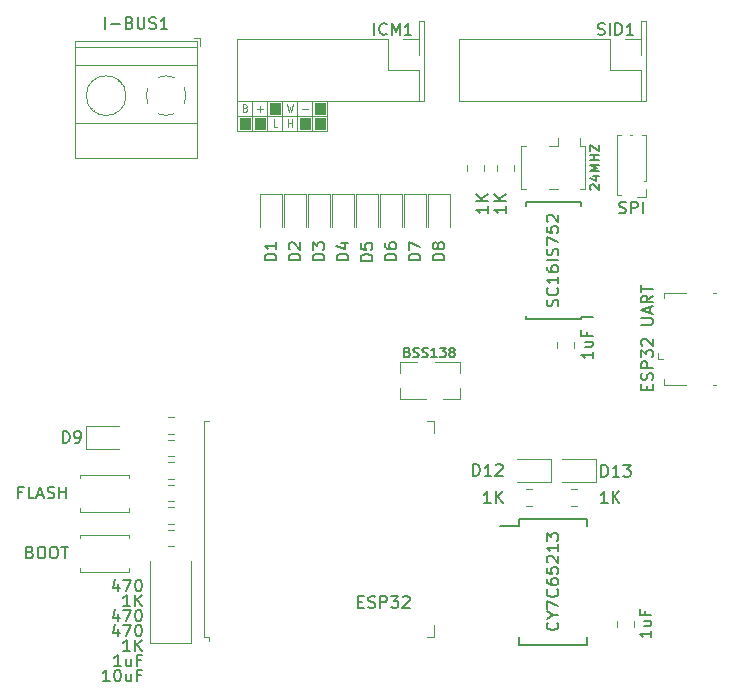
<source format=gbr>
G04 #@! TF.GenerationSoftware,KiCad,Pcbnew,5.1.5+dfsg1-2build2*
G04 #@! TF.CreationDate,2020-08-14T19:18:21+10:00*
G04 #@! TF.ProjectId,sid-board-v3_blocklayout,7369642d-626f-4617-9264-2d76335f626c,rev?*
G04 #@! TF.SameCoordinates,Original*
G04 #@! TF.FileFunction,Legend,Top*
G04 #@! TF.FilePolarity,Positive*
%FSLAX46Y46*%
G04 Gerber Fmt 4.6, Leading zero omitted, Abs format (unit mm)*
G04 Created by KiCad (PCBNEW 5.1.5+dfsg1-2build2) date 2020-08-14 19:18:21*
%MOMM*%
%LPD*%
G04 APERTURE LIST*
%ADD10C,0.120000*%
%ADD11C,0.100000*%
%ADD12C,0.150000*%
%ADD13C,0.200000*%
%ADD14C,0.125000*%
G04 APERTURE END LIST*
D10*
X151066500Y-73088500D02*
X158686500Y-73088500D01*
X166878000Y-73088500D02*
X166878000Y-72771000D01*
X166430000Y-73088500D02*
X166878000Y-73088500D01*
X166878000Y-66294000D02*
X166878000Y-72771000D01*
X166430000Y-66294000D02*
X166878000Y-66294000D01*
X166430000Y-67885000D02*
X166430000Y-66294000D01*
X166430000Y-67885000D02*
X166430000Y-69215000D01*
X165100000Y-67885000D02*
X166430000Y-67885000D01*
X166430000Y-70485000D02*
X166430000Y-73085000D01*
X163830000Y-70485000D02*
X166430000Y-70485000D01*
X163830000Y-67885000D02*
X163830000Y-70485000D01*
X166430000Y-73085000D02*
X151070000Y-73085000D01*
X163830000Y-67885000D02*
X151070000Y-67885000D01*
X151070000Y-67885000D02*
X151070000Y-73085000D01*
X126880252Y-103684000D02*
X126357748Y-103684000D01*
X126880252Y-105104000D02*
X126357748Y-105104000D01*
D11*
G36*
X138430000Y-75438000D02*
G01*
X137541000Y-75438000D01*
X137541000Y-74549000D01*
X138430000Y-74549000D01*
X138430000Y-75438000D01*
G37*
X138430000Y-75438000D02*
X137541000Y-75438000D01*
X137541000Y-74549000D01*
X138430000Y-74549000D01*
X138430000Y-75438000D01*
G36*
X139700000Y-75438000D02*
G01*
X138811000Y-75438000D01*
X138811000Y-74549000D01*
X139700000Y-74549000D01*
X139700000Y-75438000D01*
G37*
X139700000Y-75438000D02*
X138811000Y-75438000D01*
X138811000Y-74549000D01*
X139700000Y-74549000D01*
X139700000Y-75438000D01*
G36*
X139700000Y-74168000D02*
G01*
X138811000Y-74168000D01*
X138811000Y-73279000D01*
X139700000Y-73279000D01*
X139700000Y-74168000D01*
G37*
X139700000Y-74168000D02*
X138811000Y-74168000D01*
X138811000Y-73279000D01*
X139700000Y-73279000D01*
X139700000Y-74168000D01*
G36*
X135890000Y-74168000D02*
G01*
X135001000Y-74168000D01*
X135001000Y-73279000D01*
X135890000Y-73279000D01*
X135890000Y-74168000D01*
G37*
X135890000Y-74168000D02*
X135001000Y-74168000D01*
X135001000Y-73279000D01*
X135890000Y-73279000D01*
X135890000Y-74168000D01*
G36*
X134620000Y-75438000D02*
G01*
X133731000Y-75438000D01*
X133731000Y-74549000D01*
X134620000Y-74549000D01*
X134620000Y-75438000D01*
G37*
X134620000Y-75438000D02*
X133731000Y-75438000D01*
X133731000Y-74549000D01*
X134620000Y-74549000D01*
X134620000Y-75438000D01*
G36*
X133350000Y-75438000D02*
G01*
X132461000Y-75438000D01*
X132461000Y-74549000D01*
X133350000Y-74549000D01*
X133350000Y-75438000D01*
G37*
X133350000Y-75438000D02*
X132461000Y-75438000D01*
X132461000Y-74549000D01*
X133350000Y-74549000D01*
X133350000Y-75438000D01*
D10*
X138620500Y-75628500D02*
X138620500Y-74358500D01*
X138620500Y-74358500D02*
X138620500Y-73088500D01*
X137350500Y-74358500D02*
X137350500Y-75628500D01*
X137350500Y-73088500D02*
X137350500Y-74358500D01*
X136080500Y-74358500D02*
X136080500Y-75628500D01*
X136080500Y-73088500D02*
X136080500Y-74358500D01*
X134810500Y-73088500D02*
X134810500Y-74358500D01*
X134810500Y-74358500D02*
X134810500Y-75628500D01*
X133540500Y-75628500D02*
X133540500Y-73088500D01*
X132270500Y-74358500D02*
X139890500Y-74358500D01*
X132270500Y-73088500D02*
X139890500Y-73088500D01*
X132270500Y-75628500D02*
X132270500Y-73088500D01*
X139890500Y-75628500D02*
X132270500Y-75628500D01*
X139890500Y-73088500D02*
X139890500Y-75628500D01*
X148082000Y-73088500D02*
X148082000Y-72771000D01*
X147634000Y-73088500D02*
X148082000Y-73088500D01*
X148082000Y-66294000D02*
X148082000Y-72771000D01*
X147634000Y-66294000D02*
X148082000Y-66294000D01*
X147634000Y-67885000D02*
X147634000Y-66294000D01*
X147634000Y-67885000D02*
X147634000Y-69215000D01*
X146304000Y-67885000D02*
X147634000Y-67885000D01*
X147634000Y-70485000D02*
X147634000Y-73085000D01*
X145034000Y-70485000D02*
X147634000Y-70485000D01*
X145034000Y-67885000D02*
X145034000Y-70485000D01*
X147634000Y-73085000D02*
X132274000Y-73085000D01*
X145034000Y-67885000D02*
X132274000Y-67885000D01*
X132274000Y-67885000D02*
X132274000Y-73085000D01*
X154230000Y-79001252D02*
X154230000Y-78478748D01*
X155650000Y-79001252D02*
X155650000Y-78478748D01*
X126357748Y-101294000D02*
X126880252Y-101294000D01*
X126357748Y-99874000D02*
X126880252Y-99874000D01*
X148392000Y-80944000D02*
X148392000Y-83804000D01*
X150312000Y-80944000D02*
X148392000Y-80944000D01*
X150312000Y-83804000D02*
X150312000Y-80944000D01*
X122285000Y-100640000D02*
X119425000Y-100640000D01*
X119425000Y-100640000D02*
X119425000Y-102560000D01*
X119425000Y-102560000D02*
X122285000Y-102560000D01*
X134168000Y-80944000D02*
X134168000Y-83804000D01*
X136088000Y-80944000D02*
X134168000Y-80944000D01*
X136088000Y-83804000D02*
X136088000Y-80944000D01*
X167867500Y-94918000D02*
X168317500Y-94918000D01*
X167867500Y-94918000D02*
X167867500Y-94468000D01*
X168417500Y-89318000D02*
X168417500Y-89768000D01*
X170267500Y-89318000D02*
X168417500Y-89318000D01*
X172817500Y-97118000D02*
X172567500Y-97118000D01*
X172817500Y-89318000D02*
X172567500Y-89318000D01*
X170267500Y-97118000D02*
X168417500Y-97118000D01*
X168417500Y-97118000D02*
X168417500Y-96668000D01*
X138120000Y-83804000D02*
X138120000Y-80944000D01*
X138120000Y-80944000D02*
X136200000Y-80944000D01*
X136200000Y-80944000D02*
X136200000Y-83804000D01*
X129078000Y-67744000D02*
X128578000Y-67744000D01*
X129078000Y-68484000D02*
X129078000Y-67744000D01*
X122385000Y-71621000D02*
X122432000Y-71575000D01*
X120088000Y-73919000D02*
X120123000Y-73883000D01*
X122192000Y-71405000D02*
X122227000Y-71370000D01*
X119883000Y-73713000D02*
X119930000Y-73667000D01*
X118558000Y-77905000D02*
X118558000Y-67984000D01*
X128838000Y-77905000D02*
X128838000Y-67984000D01*
X128838000Y-67984000D02*
X118558000Y-67984000D01*
X128838000Y-77905000D02*
X118558000Y-77905000D01*
X128838000Y-74945000D02*
X118558000Y-74945000D01*
X128838000Y-70044000D02*
X118558000Y-70044000D01*
X128838000Y-68544000D02*
X118558000Y-68544000D01*
X122838000Y-72644000D02*
G75*
G03X122838000Y-72644000I-1680000J0D01*
G01*
X126209195Y-70963747D02*
G75*
G02X126922000Y-71109000I28805J-1680253D01*
G01*
X127773426Y-71960958D02*
G75*
G02X127773000Y-73328000I-1535426J-683042D01*
G01*
X126921042Y-74179426D02*
G75*
G02X125554000Y-74179000I-683042J1535426D01*
G01*
X124702574Y-73327042D02*
G75*
G02X124703000Y-71960000I1535426J683042D01*
G01*
X125554682Y-71109244D02*
G75*
G02X126238000Y-70964000I683318J-1534756D01*
G01*
X151128000Y-98354000D02*
X149668000Y-98354000D01*
X151128000Y-95194000D02*
X148968000Y-95194000D01*
X151128000Y-95194000D02*
X151128000Y-96124000D01*
X151128000Y-98354000D02*
X151128000Y-97424000D01*
X146052000Y-95194000D02*
X146052000Y-96124000D01*
X146052000Y-98354000D02*
X146052000Y-97424000D01*
X146052000Y-98354000D02*
X148212000Y-98354000D01*
X146052000Y-95194000D02*
X147512000Y-95194000D01*
X126880252Y-108914000D02*
X126357748Y-108914000D01*
X126880252Y-107494000D02*
X126357748Y-107494000D01*
X158832000Y-103434000D02*
X155972000Y-103434000D01*
X158832000Y-105354000D02*
X158832000Y-103434000D01*
X155972000Y-105354000D02*
X158832000Y-105354000D01*
X156710748Y-105970000D02*
X157233252Y-105970000D01*
X156710748Y-107390000D02*
X157233252Y-107390000D01*
X126880252Y-103199000D02*
X126357748Y-103199000D01*
X126880252Y-101779000D02*
X126357748Y-101779000D01*
X129892000Y-118467000D02*
X129892000Y-118847000D01*
X129472000Y-118467000D02*
X129892000Y-118467000D01*
X129472000Y-100227000D02*
X129892000Y-100227000D01*
X129472000Y-118467000D02*
X129472000Y-100227000D01*
X148912000Y-100227000D02*
X148912000Y-101227000D01*
X148292000Y-100227000D02*
X148912000Y-100227000D01*
X148912000Y-118467000D02*
X148912000Y-117467000D01*
X148292000Y-118467000D02*
X148912000Y-118467000D01*
X159782000Y-105354000D02*
X162642000Y-105354000D01*
X162642000Y-105354000D02*
X162642000Y-103434000D01*
X162642000Y-103434000D02*
X159782000Y-103434000D01*
X160730000Y-93987252D02*
X160730000Y-93464748D01*
X159310000Y-93987252D02*
X159310000Y-93464748D01*
X164390000Y-117609252D02*
X164390000Y-117086748D01*
X165810000Y-117609252D02*
X165810000Y-117086748D01*
X118961000Y-107869000D02*
X118961000Y-107569000D01*
X123101000Y-104729000D02*
X123101000Y-105029000D01*
X123101000Y-107569000D02*
X123101000Y-107869000D01*
X118961000Y-104729000D02*
X123101000Y-104729000D01*
X118961000Y-105029000D02*
X118961000Y-104729000D01*
X123101000Y-107869000D02*
X118961000Y-107869000D01*
X126880252Y-105589000D02*
X126357748Y-105589000D01*
X126880252Y-107009000D02*
X126357748Y-107009000D01*
X151690000Y-79010252D02*
X151690000Y-78487748D01*
X153110000Y-79010252D02*
X153110000Y-78487748D01*
X160520748Y-107390000D02*
X161043252Y-107390000D01*
X160520748Y-105970000D02*
X161043252Y-105970000D01*
X126357748Y-110819000D02*
X126880252Y-110819000D01*
X126357748Y-109399000D02*
X126880252Y-109399000D01*
D12*
X161329000Y-91364000D02*
X162404000Y-91364000D01*
X161329000Y-81639000D02*
X156679000Y-81639000D01*
X161329000Y-91589000D02*
X156679000Y-91589000D01*
X161329000Y-81639000D02*
X161329000Y-81964000D01*
X156679000Y-81639000D02*
X156679000Y-81964000D01*
X156679000Y-91589000D02*
X156679000Y-91264000D01*
X161329000Y-91589000D02*
X161329000Y-91364000D01*
D10*
X128329000Y-118997000D02*
X128329000Y-112062000D01*
X124909000Y-118997000D02*
X128329000Y-118997000D01*
X124909000Y-112062000D02*
X124909000Y-118997000D01*
X123101000Y-112949000D02*
X118961000Y-112949000D01*
X118961000Y-110109000D02*
X118961000Y-109809000D01*
X118961000Y-109809000D02*
X123101000Y-109809000D01*
X123101000Y-112649000D02*
X123101000Y-112949000D01*
X123101000Y-109809000D02*
X123101000Y-110109000D01*
X118961000Y-112949000D02*
X118961000Y-112649000D01*
D12*
X156129000Y-109042000D02*
X154529000Y-109042000D01*
X156129000Y-119117000D02*
X161879000Y-119117000D01*
X156129000Y-108467000D02*
X161879000Y-108467000D01*
X156129000Y-119117000D02*
X156129000Y-118467000D01*
X161879000Y-119117000D02*
X161879000Y-118467000D01*
X161879000Y-108467000D02*
X161879000Y-109117000D01*
X156129000Y-108467000D02*
X156129000Y-109042000D01*
D10*
X138232000Y-80944000D02*
X138232000Y-83804000D01*
X140152000Y-80944000D02*
X138232000Y-80944000D01*
X140152000Y-83804000D02*
X140152000Y-80944000D01*
X142184000Y-83804000D02*
X142184000Y-80944000D01*
X142184000Y-80944000D02*
X140264000Y-80944000D01*
X140264000Y-80944000D02*
X140264000Y-83804000D01*
X144216000Y-83804000D02*
X144216000Y-80944000D01*
X144216000Y-80944000D02*
X142296000Y-80944000D01*
X142296000Y-80944000D02*
X142296000Y-83804000D01*
X144328000Y-80944000D02*
X144328000Y-83804000D01*
X146248000Y-80944000D02*
X144328000Y-80944000D01*
X146248000Y-83804000D02*
X146248000Y-80944000D01*
X146360000Y-80944000D02*
X146360000Y-83804000D01*
X148280000Y-80944000D02*
X146360000Y-80944000D01*
X148280000Y-83804000D02*
X148280000Y-80944000D01*
X166826000Y-75958000D02*
X166510493Y-75958000D01*
X164721507Y-75958000D02*
X164406000Y-75958000D01*
X165721507Y-75958000D02*
X165510493Y-75958000D01*
X166826000Y-79833000D02*
X166826000Y-75958000D01*
X164406000Y-81078000D02*
X164406000Y-75958000D01*
X166826000Y-79833000D02*
X166724276Y-79833000D01*
X164721507Y-81078000D02*
X164406000Y-81078000D01*
X166826000Y-80518000D02*
X166826000Y-81203000D01*
X166826000Y-81203000D02*
X166116000Y-81203000D01*
X156694000Y-80540000D02*
X156304000Y-80540000D01*
X156304000Y-80540000D02*
X156304000Y-76940000D01*
X156304000Y-76940000D02*
X156694000Y-76940000D01*
X159374000Y-80540000D02*
X158634000Y-80540000D01*
X161314000Y-76240000D02*
X161314000Y-76940000D01*
X161314000Y-76940000D02*
X161704000Y-76940000D01*
X161704000Y-76940000D02*
X161704000Y-80540000D01*
X161704000Y-80540000D02*
X161314000Y-80540000D01*
X158634000Y-76940000D02*
X159374000Y-76940000D01*
X159374000Y-76940000D02*
X159374000Y-76240000D01*
D13*
X162795523Y-67460761D02*
X162938380Y-67508380D01*
X163176476Y-67508380D01*
X163271714Y-67460761D01*
X163319333Y-67413142D01*
X163366952Y-67317904D01*
X163366952Y-67222666D01*
X163319333Y-67127428D01*
X163271714Y-67079809D01*
X163176476Y-67032190D01*
X162986000Y-66984571D01*
X162890761Y-66936952D01*
X162843142Y-66889333D01*
X162795523Y-66794095D01*
X162795523Y-66698857D01*
X162843142Y-66603619D01*
X162890761Y-66556000D01*
X162986000Y-66508380D01*
X163224095Y-66508380D01*
X163366952Y-66556000D01*
X163795523Y-67508380D02*
X163795523Y-66508380D01*
X164271714Y-67508380D02*
X164271714Y-66508380D01*
X164509809Y-66508380D01*
X164652666Y-66556000D01*
X164747904Y-66651238D01*
X164795523Y-66746476D01*
X164843142Y-66936952D01*
X164843142Y-67079809D01*
X164795523Y-67270285D01*
X164747904Y-67365523D01*
X164652666Y-67460761D01*
X164509809Y-67508380D01*
X164271714Y-67508380D01*
X165795523Y-67508380D02*
X165224095Y-67508380D01*
X165509809Y-67508380D02*
X165509809Y-66508380D01*
X165414571Y-66651238D01*
X165319333Y-66746476D01*
X165224095Y-66794095D01*
D12*
X122172023Y-116498714D02*
X122172023Y-117165380D01*
X121933928Y-116117761D02*
X121695833Y-116832047D01*
X122314880Y-116832047D01*
X122600595Y-116165380D02*
X123267261Y-116165380D01*
X122838690Y-117165380D01*
X123838690Y-116165380D02*
X123933928Y-116165380D01*
X124029166Y-116213000D01*
X124076785Y-116260619D01*
X124124404Y-116355857D01*
X124172023Y-116546333D01*
X124172023Y-116784428D01*
X124124404Y-116974904D01*
X124076785Y-117070142D01*
X124029166Y-117117761D01*
X123933928Y-117165380D01*
X123838690Y-117165380D01*
X123743452Y-117117761D01*
X123695833Y-117070142D01*
X123648214Y-116974904D01*
X123600595Y-116784428D01*
X123600595Y-116546333D01*
X123648214Y-116355857D01*
X123695833Y-116260619D01*
X123743452Y-116213000D01*
X123838690Y-116165380D01*
D13*
X143856666Y-67508380D02*
X143856666Y-66508380D01*
X144904285Y-67413142D02*
X144856666Y-67460761D01*
X144713809Y-67508380D01*
X144618571Y-67508380D01*
X144475714Y-67460761D01*
X144380476Y-67365523D01*
X144332857Y-67270285D01*
X144285238Y-67079809D01*
X144285238Y-66936952D01*
X144332857Y-66746476D01*
X144380476Y-66651238D01*
X144475714Y-66556000D01*
X144618571Y-66508380D01*
X144713809Y-66508380D01*
X144856666Y-66556000D01*
X144904285Y-66603619D01*
X145332857Y-67508380D02*
X145332857Y-66508380D01*
X145666190Y-67222666D01*
X145999523Y-66508380D01*
X145999523Y-67508380D01*
X146999523Y-67508380D02*
X146428095Y-67508380D01*
X146713809Y-67508380D02*
X146713809Y-66508380D01*
X146618571Y-66651238D01*
X146523333Y-66746476D01*
X146428095Y-66794095D01*
D14*
X136544071Y-75264928D02*
X136544071Y-74664928D01*
X136544071Y-74950642D02*
X136886928Y-74950642D01*
X136886928Y-75264928D02*
X136886928Y-74664928D01*
X135631214Y-75264928D02*
X135345500Y-75264928D01*
X135345500Y-74664928D01*
X132948357Y-73680642D02*
X133034071Y-73709214D01*
X133062642Y-73737785D01*
X133091214Y-73794928D01*
X133091214Y-73880642D01*
X133062642Y-73937785D01*
X133034071Y-73966357D01*
X132976928Y-73994928D01*
X132748357Y-73994928D01*
X132748357Y-73394928D01*
X132948357Y-73394928D01*
X133005500Y-73423500D01*
X133034071Y-73452071D01*
X133062642Y-73509214D01*
X133062642Y-73566357D01*
X133034071Y-73623500D01*
X133005500Y-73652071D01*
X132948357Y-73680642D01*
X132748357Y-73680642D01*
X133946928Y-73766357D02*
X134404071Y-73766357D01*
X134175500Y-73994928D02*
X134175500Y-73537785D01*
X136458357Y-73394928D02*
X136601214Y-73994928D01*
X136715500Y-73566357D01*
X136829785Y-73994928D01*
X136972642Y-73394928D01*
X137756928Y-73766357D02*
X138214071Y-73766357D01*
D12*
X155011380Y-82002285D02*
X155011380Y-82573714D01*
X155011380Y-82288000D02*
X154011380Y-82288000D01*
X154154238Y-82383238D01*
X154249476Y-82478476D01*
X154297095Y-82573714D01*
X155011380Y-81573714D02*
X154011380Y-81573714D01*
X155011380Y-81002285D02*
X154439952Y-81430857D01*
X154011380Y-81002285D02*
X154582809Y-81573714D01*
X122181023Y-113958714D02*
X122181023Y-114625380D01*
X121942928Y-113577761D02*
X121704833Y-114292047D01*
X122323880Y-114292047D01*
X122609595Y-113625380D02*
X123276261Y-113625380D01*
X122847690Y-114625380D01*
X123847690Y-113625380D02*
X123942928Y-113625380D01*
X124038166Y-113673000D01*
X124085785Y-113720619D01*
X124133404Y-113815857D01*
X124181023Y-114006333D01*
X124181023Y-114244428D01*
X124133404Y-114434904D01*
X124085785Y-114530142D01*
X124038166Y-114577761D01*
X123942928Y-114625380D01*
X123847690Y-114625380D01*
X123752452Y-114577761D01*
X123704833Y-114530142D01*
X123657214Y-114434904D01*
X123609595Y-114244428D01*
X123609595Y-114006333D01*
X123657214Y-113815857D01*
X123704833Y-113720619D01*
X123752452Y-113673000D01*
X123847690Y-113625380D01*
X149804380Y-86590095D02*
X148804380Y-86590095D01*
X148804380Y-86352000D01*
X148852000Y-86209142D01*
X148947238Y-86113904D01*
X149042476Y-86066285D01*
X149232952Y-86018666D01*
X149375809Y-86018666D01*
X149566285Y-86066285D01*
X149661523Y-86113904D01*
X149756761Y-86209142D01*
X149804380Y-86352000D01*
X149804380Y-86590095D01*
X149232952Y-85447238D02*
X149185333Y-85542476D01*
X149137714Y-85590095D01*
X149042476Y-85637714D01*
X148994857Y-85637714D01*
X148899619Y-85590095D01*
X148852000Y-85542476D01*
X148804380Y-85447238D01*
X148804380Y-85256761D01*
X148852000Y-85161523D01*
X148899619Y-85113904D01*
X148994857Y-85066285D01*
X149042476Y-85066285D01*
X149137714Y-85113904D01*
X149185333Y-85161523D01*
X149232952Y-85256761D01*
X149232952Y-85447238D01*
X149280571Y-85542476D01*
X149328190Y-85590095D01*
X149423428Y-85637714D01*
X149613904Y-85637714D01*
X149709142Y-85590095D01*
X149756761Y-85542476D01*
X149804380Y-85447238D01*
X149804380Y-85256761D01*
X149756761Y-85161523D01*
X149709142Y-85113904D01*
X149613904Y-85066285D01*
X149423428Y-85066285D01*
X149328190Y-85113904D01*
X149280571Y-85161523D01*
X149232952Y-85256761D01*
X117498904Y-102052380D02*
X117498904Y-101052380D01*
X117737000Y-101052380D01*
X117879857Y-101100000D01*
X117975095Y-101195238D01*
X118022714Y-101290476D01*
X118070333Y-101480952D01*
X118070333Y-101623809D01*
X118022714Y-101814285D01*
X117975095Y-101909523D01*
X117879857Y-102004761D01*
X117737000Y-102052380D01*
X117498904Y-102052380D01*
X118546523Y-102052380D02*
X118737000Y-102052380D01*
X118832238Y-102004761D01*
X118879857Y-101957142D01*
X118975095Y-101814285D01*
X119022714Y-101623809D01*
X119022714Y-101242857D01*
X118975095Y-101147619D01*
X118927476Y-101100000D01*
X118832238Y-101052380D01*
X118641761Y-101052380D01*
X118546523Y-101100000D01*
X118498904Y-101147619D01*
X118451285Y-101242857D01*
X118451285Y-101480952D01*
X118498904Y-101576190D01*
X118546523Y-101623809D01*
X118641761Y-101671428D01*
X118832238Y-101671428D01*
X118927476Y-101623809D01*
X118975095Y-101576190D01*
X119022714Y-101480952D01*
X135580380Y-86590095D02*
X134580380Y-86590095D01*
X134580380Y-86352000D01*
X134628000Y-86209142D01*
X134723238Y-86113904D01*
X134818476Y-86066285D01*
X135008952Y-86018666D01*
X135151809Y-86018666D01*
X135342285Y-86066285D01*
X135437523Y-86113904D01*
X135532761Y-86209142D01*
X135580380Y-86352000D01*
X135580380Y-86590095D01*
X135580380Y-85066285D02*
X135580380Y-85637714D01*
X135580380Y-85352000D02*
X134580380Y-85352000D01*
X134723238Y-85447238D01*
X134818476Y-85542476D01*
X134866095Y-85637714D01*
X166933571Y-97575142D02*
X166933571Y-97241809D01*
X167457380Y-97098952D02*
X167457380Y-97575142D01*
X166457380Y-97575142D01*
X166457380Y-97098952D01*
X167409761Y-96718000D02*
X167457380Y-96575142D01*
X167457380Y-96337047D01*
X167409761Y-96241809D01*
X167362142Y-96194190D01*
X167266904Y-96146571D01*
X167171666Y-96146571D01*
X167076428Y-96194190D01*
X167028809Y-96241809D01*
X166981190Y-96337047D01*
X166933571Y-96527523D01*
X166885952Y-96622761D01*
X166838333Y-96670380D01*
X166743095Y-96718000D01*
X166647857Y-96718000D01*
X166552619Y-96670380D01*
X166505000Y-96622761D01*
X166457380Y-96527523D01*
X166457380Y-96289428D01*
X166505000Y-96146571D01*
X167457380Y-95718000D02*
X166457380Y-95718000D01*
X166457380Y-95337047D01*
X166505000Y-95241809D01*
X166552619Y-95194190D01*
X166647857Y-95146571D01*
X166790714Y-95146571D01*
X166885952Y-95194190D01*
X166933571Y-95241809D01*
X166981190Y-95337047D01*
X166981190Y-95718000D01*
X166457380Y-94813238D02*
X166457380Y-94194190D01*
X166838333Y-94527523D01*
X166838333Y-94384666D01*
X166885952Y-94289428D01*
X166933571Y-94241809D01*
X167028809Y-94194190D01*
X167266904Y-94194190D01*
X167362142Y-94241809D01*
X167409761Y-94289428D01*
X167457380Y-94384666D01*
X167457380Y-94670380D01*
X167409761Y-94765619D01*
X167362142Y-94813238D01*
X166552619Y-93813238D02*
X166505000Y-93765619D01*
X166457380Y-93670380D01*
X166457380Y-93432285D01*
X166505000Y-93337047D01*
X166552619Y-93289428D01*
X166647857Y-93241809D01*
X166743095Y-93241809D01*
X166885952Y-93289428D01*
X167457380Y-93860857D01*
X167457380Y-93241809D01*
X166457380Y-92051333D02*
X167266904Y-92051333D01*
X167362142Y-92003714D01*
X167409761Y-91956095D01*
X167457380Y-91860857D01*
X167457380Y-91670380D01*
X167409761Y-91575142D01*
X167362142Y-91527523D01*
X167266904Y-91479904D01*
X166457380Y-91479904D01*
X167171666Y-91051333D02*
X167171666Y-90575142D01*
X167457380Y-91146571D02*
X166457380Y-90813238D01*
X167457380Y-90479904D01*
X167457380Y-89575142D02*
X166981190Y-89908476D01*
X167457380Y-90146571D02*
X166457380Y-90146571D01*
X166457380Y-89765619D01*
X166505000Y-89670380D01*
X166552619Y-89622761D01*
X166647857Y-89575142D01*
X166790714Y-89575142D01*
X166885952Y-89622761D01*
X166933571Y-89670380D01*
X166981190Y-89765619D01*
X166981190Y-90146571D01*
X166457380Y-89289428D02*
X166457380Y-88718000D01*
X167457380Y-89003714D02*
X166457380Y-89003714D01*
X137612380Y-86590095D02*
X136612380Y-86590095D01*
X136612380Y-86352000D01*
X136660000Y-86209142D01*
X136755238Y-86113904D01*
X136850476Y-86066285D01*
X137040952Y-86018666D01*
X137183809Y-86018666D01*
X137374285Y-86066285D01*
X137469523Y-86113904D01*
X137564761Y-86209142D01*
X137612380Y-86352000D01*
X137612380Y-86590095D01*
X136707619Y-85637714D02*
X136660000Y-85590095D01*
X136612380Y-85494857D01*
X136612380Y-85256761D01*
X136660000Y-85161523D01*
X136707619Y-85113904D01*
X136802857Y-85066285D01*
X136898095Y-85066285D01*
X137040952Y-85113904D01*
X137612380Y-85685333D01*
X137612380Y-85066285D01*
X121102761Y-67000380D02*
X121102761Y-66000380D01*
X121578952Y-66619428D02*
X122340857Y-66619428D01*
X123150380Y-66476571D02*
X123293238Y-66524190D01*
X123340857Y-66571809D01*
X123388476Y-66667047D01*
X123388476Y-66809904D01*
X123340857Y-66905142D01*
X123293238Y-66952761D01*
X123198000Y-67000380D01*
X122817047Y-67000380D01*
X122817047Y-66000380D01*
X123150380Y-66000380D01*
X123245619Y-66048000D01*
X123293238Y-66095619D01*
X123340857Y-66190857D01*
X123340857Y-66286095D01*
X123293238Y-66381333D01*
X123245619Y-66428952D01*
X123150380Y-66476571D01*
X122817047Y-66476571D01*
X123817047Y-66000380D02*
X123817047Y-66809904D01*
X123864666Y-66905142D01*
X123912285Y-66952761D01*
X124007523Y-67000380D01*
X124198000Y-67000380D01*
X124293238Y-66952761D01*
X124340857Y-66905142D01*
X124388476Y-66809904D01*
X124388476Y-66000380D01*
X124817047Y-66952761D02*
X124959904Y-67000380D01*
X125198000Y-67000380D01*
X125293238Y-66952761D01*
X125340857Y-66905142D01*
X125388476Y-66809904D01*
X125388476Y-66714666D01*
X125340857Y-66619428D01*
X125293238Y-66571809D01*
X125198000Y-66524190D01*
X125007523Y-66476571D01*
X124912285Y-66428952D01*
X124864666Y-66381333D01*
X124817047Y-66286095D01*
X124817047Y-66190857D01*
X124864666Y-66095619D01*
X124912285Y-66048000D01*
X125007523Y-66000380D01*
X125245619Y-66000380D01*
X125388476Y-66048000D01*
X126340857Y-67000380D02*
X125769428Y-67000380D01*
X126055142Y-67000380D02*
X126055142Y-66000380D01*
X125959904Y-66143238D01*
X125864666Y-66238476D01*
X125769428Y-66286095D01*
X146678880Y-94367357D02*
X146793166Y-94405452D01*
X146831261Y-94443547D01*
X146869357Y-94519738D01*
X146869357Y-94634023D01*
X146831261Y-94710214D01*
X146793166Y-94748309D01*
X146716976Y-94786404D01*
X146412214Y-94786404D01*
X146412214Y-93986404D01*
X146678880Y-93986404D01*
X146755071Y-94024500D01*
X146793166Y-94062595D01*
X146831261Y-94138785D01*
X146831261Y-94214976D01*
X146793166Y-94291166D01*
X146755071Y-94329261D01*
X146678880Y-94367357D01*
X146412214Y-94367357D01*
X147174119Y-94748309D02*
X147288404Y-94786404D01*
X147478880Y-94786404D01*
X147555071Y-94748309D01*
X147593166Y-94710214D01*
X147631261Y-94634023D01*
X147631261Y-94557833D01*
X147593166Y-94481642D01*
X147555071Y-94443547D01*
X147478880Y-94405452D01*
X147326500Y-94367357D01*
X147250309Y-94329261D01*
X147212214Y-94291166D01*
X147174119Y-94214976D01*
X147174119Y-94138785D01*
X147212214Y-94062595D01*
X147250309Y-94024500D01*
X147326500Y-93986404D01*
X147516976Y-93986404D01*
X147631261Y-94024500D01*
X147936023Y-94748309D02*
X148050309Y-94786404D01*
X148240785Y-94786404D01*
X148316976Y-94748309D01*
X148355071Y-94710214D01*
X148393166Y-94634023D01*
X148393166Y-94557833D01*
X148355071Y-94481642D01*
X148316976Y-94443547D01*
X148240785Y-94405452D01*
X148088404Y-94367357D01*
X148012214Y-94329261D01*
X147974119Y-94291166D01*
X147936023Y-94214976D01*
X147936023Y-94138785D01*
X147974119Y-94062595D01*
X148012214Y-94024500D01*
X148088404Y-93986404D01*
X148278880Y-93986404D01*
X148393166Y-94024500D01*
X149155071Y-94786404D02*
X148697928Y-94786404D01*
X148926500Y-94786404D02*
X148926500Y-93986404D01*
X148850309Y-94100690D01*
X148774119Y-94176880D01*
X148697928Y-94214976D01*
X149421738Y-93986404D02*
X149916976Y-93986404D01*
X149650309Y-94291166D01*
X149764595Y-94291166D01*
X149840785Y-94329261D01*
X149878880Y-94367357D01*
X149916976Y-94443547D01*
X149916976Y-94634023D01*
X149878880Y-94710214D01*
X149840785Y-94748309D01*
X149764595Y-94786404D01*
X149536023Y-94786404D01*
X149459833Y-94748309D01*
X149421738Y-94710214D01*
X150374119Y-94329261D02*
X150297928Y-94291166D01*
X150259833Y-94253071D01*
X150221738Y-94176880D01*
X150221738Y-94138785D01*
X150259833Y-94062595D01*
X150297928Y-94024500D01*
X150374119Y-93986404D01*
X150526500Y-93986404D01*
X150602690Y-94024500D01*
X150640785Y-94062595D01*
X150678880Y-94138785D01*
X150678880Y-94176880D01*
X150640785Y-94253071D01*
X150602690Y-94291166D01*
X150526500Y-94329261D01*
X150374119Y-94329261D01*
X150297928Y-94367357D01*
X150259833Y-94405452D01*
X150221738Y-94481642D01*
X150221738Y-94634023D01*
X150259833Y-94710214D01*
X150297928Y-94748309D01*
X150374119Y-94786404D01*
X150526500Y-94786404D01*
X150602690Y-94748309D01*
X150640785Y-94710214D01*
X150678880Y-94634023D01*
X150678880Y-94481642D01*
X150640785Y-94405452D01*
X150602690Y-94367357D01*
X150526500Y-94329261D01*
X123172023Y-119705380D02*
X122600595Y-119705380D01*
X122886309Y-119705380D02*
X122886309Y-118705380D01*
X122791071Y-118848238D01*
X122695833Y-118943476D01*
X122600595Y-118991095D01*
X123600595Y-119705380D02*
X123600595Y-118705380D01*
X124172023Y-119705380D02*
X123743452Y-119133952D01*
X124172023Y-118705380D02*
X123600595Y-119276809D01*
X152239333Y-104846380D02*
X152239333Y-103846380D01*
X152477428Y-103846380D01*
X152620285Y-103894000D01*
X152715523Y-103989238D01*
X152763142Y-104084476D01*
X152810761Y-104274952D01*
X152810761Y-104417809D01*
X152763142Y-104608285D01*
X152715523Y-104703523D01*
X152620285Y-104798761D01*
X152477428Y-104846380D01*
X152239333Y-104846380D01*
X153763142Y-104846380D02*
X153191714Y-104846380D01*
X153477428Y-104846380D02*
X153477428Y-103846380D01*
X153382190Y-103989238D01*
X153286952Y-104084476D01*
X153191714Y-104132095D01*
X154144095Y-103941619D02*
X154191714Y-103894000D01*
X154286952Y-103846380D01*
X154525047Y-103846380D01*
X154620285Y-103894000D01*
X154667904Y-103941619D01*
X154715523Y-104036857D01*
X154715523Y-104132095D01*
X154667904Y-104274952D01*
X154096476Y-104846380D01*
X154715523Y-104846380D01*
X153715523Y-107132380D02*
X153144095Y-107132380D01*
X153429809Y-107132380D02*
X153429809Y-106132380D01*
X153334571Y-106275238D01*
X153239333Y-106370476D01*
X153144095Y-106418095D01*
X154144095Y-107132380D02*
X154144095Y-106132380D01*
X154715523Y-107132380D02*
X154286952Y-106560952D01*
X154715523Y-106132380D02*
X154144095Y-106703809D01*
X123172023Y-115895380D02*
X122600595Y-115895380D01*
X122886309Y-115895380D02*
X122886309Y-114895380D01*
X122791071Y-115038238D01*
X122695833Y-115133476D01*
X122600595Y-115181095D01*
X123600595Y-115895380D02*
X123600595Y-114895380D01*
X124172023Y-115895380D02*
X123743452Y-115323952D01*
X124172023Y-114895380D02*
X123600595Y-115466809D01*
X142510142Y-115498571D02*
X142843476Y-115498571D01*
X142986333Y-116022380D02*
X142510142Y-116022380D01*
X142510142Y-115022380D01*
X142986333Y-115022380D01*
X143367285Y-115974761D02*
X143510142Y-116022380D01*
X143748238Y-116022380D01*
X143843476Y-115974761D01*
X143891095Y-115927142D01*
X143938714Y-115831904D01*
X143938714Y-115736666D01*
X143891095Y-115641428D01*
X143843476Y-115593809D01*
X143748238Y-115546190D01*
X143557761Y-115498571D01*
X143462523Y-115450952D01*
X143414904Y-115403333D01*
X143367285Y-115308095D01*
X143367285Y-115212857D01*
X143414904Y-115117619D01*
X143462523Y-115070000D01*
X143557761Y-115022380D01*
X143795857Y-115022380D01*
X143938714Y-115070000D01*
X144367285Y-116022380D02*
X144367285Y-115022380D01*
X144748238Y-115022380D01*
X144843476Y-115070000D01*
X144891095Y-115117619D01*
X144938714Y-115212857D01*
X144938714Y-115355714D01*
X144891095Y-115450952D01*
X144843476Y-115498571D01*
X144748238Y-115546190D01*
X144367285Y-115546190D01*
X145272047Y-115022380D02*
X145891095Y-115022380D01*
X145557761Y-115403333D01*
X145700619Y-115403333D01*
X145795857Y-115450952D01*
X145843476Y-115498571D01*
X145891095Y-115593809D01*
X145891095Y-115831904D01*
X145843476Y-115927142D01*
X145795857Y-115974761D01*
X145700619Y-116022380D01*
X145414904Y-116022380D01*
X145319666Y-115974761D01*
X145272047Y-115927142D01*
X146272047Y-115117619D02*
X146319666Y-115070000D01*
X146414904Y-115022380D01*
X146653000Y-115022380D01*
X146748238Y-115070000D01*
X146795857Y-115117619D01*
X146843476Y-115212857D01*
X146843476Y-115308095D01*
X146795857Y-115450952D01*
X146224428Y-116022380D01*
X146843476Y-116022380D01*
X163086095Y-104909880D02*
X163086095Y-103909880D01*
X163324190Y-103909880D01*
X163467047Y-103957500D01*
X163562285Y-104052738D01*
X163609904Y-104147976D01*
X163657523Y-104338452D01*
X163657523Y-104481309D01*
X163609904Y-104671785D01*
X163562285Y-104767023D01*
X163467047Y-104862261D01*
X163324190Y-104909880D01*
X163086095Y-104909880D01*
X164609904Y-104909880D02*
X164038476Y-104909880D01*
X164324190Y-104909880D02*
X164324190Y-103909880D01*
X164228952Y-104052738D01*
X164133714Y-104147976D01*
X164038476Y-104195595D01*
X164943238Y-103909880D02*
X165562285Y-103909880D01*
X165228952Y-104290833D01*
X165371809Y-104290833D01*
X165467047Y-104338452D01*
X165514666Y-104386071D01*
X165562285Y-104481309D01*
X165562285Y-104719404D01*
X165514666Y-104814642D01*
X165467047Y-104862261D01*
X165371809Y-104909880D01*
X165086095Y-104909880D01*
X164990857Y-104862261D01*
X164943238Y-104814642D01*
X162377380Y-94321238D02*
X162377380Y-94892666D01*
X162377380Y-94606952D02*
X161377380Y-94606952D01*
X161520238Y-94702190D01*
X161615476Y-94797428D01*
X161663095Y-94892666D01*
X161710714Y-93464095D02*
X162377380Y-93464095D01*
X161710714Y-93892666D02*
X162234523Y-93892666D01*
X162329761Y-93845047D01*
X162377380Y-93749809D01*
X162377380Y-93606952D01*
X162329761Y-93511714D01*
X162282142Y-93464095D01*
X161853571Y-92654571D02*
X161853571Y-92987904D01*
X162377380Y-92987904D02*
X161377380Y-92987904D01*
X161377380Y-92511714D01*
X167330380Y-117943238D02*
X167330380Y-118514666D01*
X167330380Y-118228952D02*
X166330380Y-118228952D01*
X166473238Y-118324190D01*
X166568476Y-118419428D01*
X166616095Y-118514666D01*
X166663714Y-117086095D02*
X167330380Y-117086095D01*
X166663714Y-117514666D02*
X167187523Y-117514666D01*
X167282761Y-117467047D01*
X167330380Y-117371809D01*
X167330380Y-117228952D01*
X167282761Y-117133714D01*
X167235142Y-117086095D01*
X166806571Y-116276571D02*
X166806571Y-116609904D01*
X167330380Y-116609904D02*
X166330380Y-116609904D01*
X166330380Y-116133714D01*
X114060119Y-106227571D02*
X113726785Y-106227571D01*
X113726785Y-106751380D02*
X113726785Y-105751380D01*
X114202976Y-105751380D01*
X115060119Y-106751380D02*
X114583928Y-106751380D01*
X114583928Y-105751380D01*
X115345833Y-106465666D02*
X115822023Y-106465666D01*
X115250595Y-106751380D02*
X115583928Y-105751380D01*
X115917261Y-106751380D01*
X116202976Y-106703761D02*
X116345833Y-106751380D01*
X116583928Y-106751380D01*
X116679166Y-106703761D01*
X116726785Y-106656142D01*
X116774404Y-106560904D01*
X116774404Y-106465666D01*
X116726785Y-106370428D01*
X116679166Y-106322809D01*
X116583928Y-106275190D01*
X116393452Y-106227571D01*
X116298214Y-106179952D01*
X116250595Y-106132333D01*
X116202976Y-106037095D01*
X116202976Y-105941857D01*
X116250595Y-105846619D01*
X116298214Y-105799000D01*
X116393452Y-105751380D01*
X116631547Y-105751380D01*
X116774404Y-105799000D01*
X117202976Y-106751380D02*
X117202976Y-105751380D01*
X117202976Y-106227571D02*
X117774404Y-106227571D01*
X117774404Y-106751380D02*
X117774404Y-105751380D01*
X122181023Y-117768714D02*
X122181023Y-118435380D01*
X121942928Y-117387761D02*
X121704833Y-118102047D01*
X122323880Y-118102047D01*
X122609595Y-117435380D02*
X123276261Y-117435380D01*
X122847690Y-118435380D01*
X123847690Y-117435380D02*
X123942928Y-117435380D01*
X124038166Y-117483000D01*
X124085785Y-117530619D01*
X124133404Y-117625857D01*
X124181023Y-117816333D01*
X124181023Y-118054428D01*
X124133404Y-118244904D01*
X124085785Y-118340142D01*
X124038166Y-118387761D01*
X123942928Y-118435380D01*
X123847690Y-118435380D01*
X123752452Y-118387761D01*
X123704833Y-118340142D01*
X123657214Y-118244904D01*
X123609595Y-118054428D01*
X123609595Y-117816333D01*
X123657214Y-117625857D01*
X123704833Y-117530619D01*
X123752452Y-117483000D01*
X123847690Y-117435380D01*
X153487380Y-82002285D02*
X153487380Y-82573714D01*
X153487380Y-82288000D02*
X152487380Y-82288000D01*
X152630238Y-82383238D01*
X152725476Y-82478476D01*
X152773095Y-82573714D01*
X153487380Y-81573714D02*
X152487380Y-81573714D01*
X153487380Y-81002285D02*
X152915952Y-81430857D01*
X152487380Y-81002285D02*
X153058809Y-81573714D01*
X163609904Y-107132380D02*
X163038476Y-107132380D01*
X163324190Y-107132380D02*
X163324190Y-106132380D01*
X163228952Y-106275238D01*
X163133714Y-106370476D01*
X163038476Y-106418095D01*
X164038476Y-107132380D02*
X164038476Y-106132380D01*
X164609904Y-107132380D02*
X164181333Y-106560952D01*
X164609904Y-106132380D02*
X164038476Y-106703809D01*
X122410119Y-120975380D02*
X121838690Y-120975380D01*
X122124404Y-120975380D02*
X122124404Y-119975380D01*
X122029166Y-120118238D01*
X121933928Y-120213476D01*
X121838690Y-120261095D01*
X123267261Y-120308714D02*
X123267261Y-120975380D01*
X122838690Y-120308714D02*
X122838690Y-120832523D01*
X122886309Y-120927761D01*
X122981547Y-120975380D01*
X123124404Y-120975380D01*
X123219642Y-120927761D01*
X123267261Y-120880142D01*
X124076785Y-120451571D02*
X123743452Y-120451571D01*
X123743452Y-120975380D02*
X123743452Y-119975380D01*
X124219642Y-119975380D01*
X159408761Y-90494952D02*
X159456380Y-90352095D01*
X159456380Y-90114000D01*
X159408761Y-90018761D01*
X159361142Y-89971142D01*
X159265904Y-89923523D01*
X159170666Y-89923523D01*
X159075428Y-89971142D01*
X159027809Y-90018761D01*
X158980190Y-90114000D01*
X158932571Y-90304476D01*
X158884952Y-90399714D01*
X158837333Y-90447333D01*
X158742095Y-90494952D01*
X158646857Y-90494952D01*
X158551619Y-90447333D01*
X158504000Y-90399714D01*
X158456380Y-90304476D01*
X158456380Y-90066380D01*
X158504000Y-89923523D01*
X159361142Y-88923523D02*
X159408761Y-88971142D01*
X159456380Y-89114000D01*
X159456380Y-89209238D01*
X159408761Y-89352095D01*
X159313523Y-89447333D01*
X159218285Y-89494952D01*
X159027809Y-89542571D01*
X158884952Y-89542571D01*
X158694476Y-89494952D01*
X158599238Y-89447333D01*
X158504000Y-89352095D01*
X158456380Y-89209238D01*
X158456380Y-89114000D01*
X158504000Y-88971142D01*
X158551619Y-88923523D01*
X159456380Y-87971142D02*
X159456380Y-88542571D01*
X159456380Y-88256857D02*
X158456380Y-88256857D01*
X158599238Y-88352095D01*
X158694476Y-88447333D01*
X158742095Y-88542571D01*
X158456380Y-87114000D02*
X158456380Y-87304476D01*
X158504000Y-87399714D01*
X158551619Y-87447333D01*
X158694476Y-87542571D01*
X158884952Y-87590190D01*
X159265904Y-87590190D01*
X159361142Y-87542571D01*
X159408761Y-87494952D01*
X159456380Y-87399714D01*
X159456380Y-87209238D01*
X159408761Y-87114000D01*
X159361142Y-87066380D01*
X159265904Y-87018761D01*
X159027809Y-87018761D01*
X158932571Y-87066380D01*
X158884952Y-87114000D01*
X158837333Y-87209238D01*
X158837333Y-87399714D01*
X158884952Y-87494952D01*
X158932571Y-87542571D01*
X159027809Y-87590190D01*
X159456380Y-86590190D02*
X158456380Y-86590190D01*
X159408761Y-86161619D02*
X159456380Y-86018761D01*
X159456380Y-85780666D01*
X159408761Y-85685428D01*
X159361142Y-85637809D01*
X159265904Y-85590190D01*
X159170666Y-85590190D01*
X159075428Y-85637809D01*
X159027809Y-85685428D01*
X158980190Y-85780666D01*
X158932571Y-85971142D01*
X158884952Y-86066380D01*
X158837333Y-86114000D01*
X158742095Y-86161619D01*
X158646857Y-86161619D01*
X158551619Y-86114000D01*
X158504000Y-86066380D01*
X158456380Y-85971142D01*
X158456380Y-85733047D01*
X158504000Y-85590190D01*
X158456380Y-85256857D02*
X158456380Y-84590190D01*
X159456380Y-85018761D01*
X158456380Y-83733047D02*
X158456380Y-84209238D01*
X158932571Y-84256857D01*
X158884952Y-84209238D01*
X158837333Y-84114000D01*
X158837333Y-83875904D01*
X158884952Y-83780666D01*
X158932571Y-83733047D01*
X159027809Y-83685428D01*
X159265904Y-83685428D01*
X159361142Y-83733047D01*
X159408761Y-83780666D01*
X159456380Y-83875904D01*
X159456380Y-84114000D01*
X159408761Y-84209238D01*
X159361142Y-84256857D01*
X158551619Y-83304476D02*
X158504000Y-83256857D01*
X158456380Y-83161619D01*
X158456380Y-82923523D01*
X158504000Y-82828285D01*
X158551619Y-82780666D01*
X158646857Y-82733047D01*
X158742095Y-82733047D01*
X158884952Y-82780666D01*
X159456380Y-83352095D01*
X159456380Y-82733047D01*
X121457738Y-122245380D02*
X120886309Y-122245380D01*
X121172023Y-122245380D02*
X121172023Y-121245380D01*
X121076785Y-121388238D01*
X120981547Y-121483476D01*
X120886309Y-121531095D01*
X122076785Y-121245380D02*
X122172023Y-121245380D01*
X122267261Y-121293000D01*
X122314880Y-121340619D01*
X122362500Y-121435857D01*
X122410119Y-121626333D01*
X122410119Y-121864428D01*
X122362500Y-122054904D01*
X122314880Y-122150142D01*
X122267261Y-122197761D01*
X122172023Y-122245380D01*
X122076785Y-122245380D01*
X121981547Y-122197761D01*
X121933928Y-122150142D01*
X121886309Y-122054904D01*
X121838690Y-121864428D01*
X121838690Y-121626333D01*
X121886309Y-121435857D01*
X121933928Y-121340619D01*
X121981547Y-121293000D01*
X122076785Y-121245380D01*
X123267261Y-121578714D02*
X123267261Y-122245380D01*
X122838690Y-121578714D02*
X122838690Y-122102523D01*
X122886309Y-122197761D01*
X122981547Y-122245380D01*
X123124404Y-122245380D01*
X123219642Y-122197761D01*
X123267261Y-122150142D01*
X124076785Y-121721571D02*
X123743452Y-121721571D01*
X123743452Y-122245380D02*
X123743452Y-121245380D01*
X124219642Y-121245380D01*
X114726785Y-111307571D02*
X114869642Y-111355190D01*
X114917261Y-111402809D01*
X114964880Y-111498047D01*
X114964880Y-111640904D01*
X114917261Y-111736142D01*
X114869642Y-111783761D01*
X114774404Y-111831380D01*
X114393452Y-111831380D01*
X114393452Y-110831380D01*
X114726785Y-110831380D01*
X114822023Y-110879000D01*
X114869642Y-110926619D01*
X114917261Y-111021857D01*
X114917261Y-111117095D01*
X114869642Y-111212333D01*
X114822023Y-111259952D01*
X114726785Y-111307571D01*
X114393452Y-111307571D01*
X115583928Y-110831380D02*
X115774404Y-110831380D01*
X115869642Y-110879000D01*
X115964880Y-110974238D01*
X116012500Y-111164714D01*
X116012500Y-111498047D01*
X115964880Y-111688523D01*
X115869642Y-111783761D01*
X115774404Y-111831380D01*
X115583928Y-111831380D01*
X115488690Y-111783761D01*
X115393452Y-111688523D01*
X115345833Y-111498047D01*
X115345833Y-111164714D01*
X115393452Y-110974238D01*
X115488690Y-110879000D01*
X115583928Y-110831380D01*
X116631547Y-110831380D02*
X116822023Y-110831380D01*
X116917261Y-110879000D01*
X117012500Y-110974238D01*
X117060119Y-111164714D01*
X117060119Y-111498047D01*
X117012500Y-111688523D01*
X116917261Y-111783761D01*
X116822023Y-111831380D01*
X116631547Y-111831380D01*
X116536309Y-111783761D01*
X116441071Y-111688523D01*
X116393452Y-111498047D01*
X116393452Y-111164714D01*
X116441071Y-110974238D01*
X116536309Y-110879000D01*
X116631547Y-110831380D01*
X117345833Y-110831380D02*
X117917261Y-110831380D01*
X117631547Y-111831380D02*
X117631547Y-110831380D01*
X159361142Y-117268190D02*
X159408761Y-117315809D01*
X159456380Y-117458666D01*
X159456380Y-117553904D01*
X159408761Y-117696761D01*
X159313523Y-117792000D01*
X159218285Y-117839619D01*
X159027809Y-117887238D01*
X158884952Y-117887238D01*
X158694476Y-117839619D01*
X158599238Y-117792000D01*
X158504000Y-117696761D01*
X158456380Y-117553904D01*
X158456380Y-117458666D01*
X158504000Y-117315809D01*
X158551619Y-117268190D01*
X158980190Y-116649142D02*
X159456380Y-116649142D01*
X158456380Y-116982476D02*
X158980190Y-116649142D01*
X158456380Y-116315809D01*
X158456380Y-116077714D02*
X158456380Y-115411047D01*
X159456380Y-115839619D01*
X159361142Y-114458666D02*
X159408761Y-114506285D01*
X159456380Y-114649142D01*
X159456380Y-114744380D01*
X159408761Y-114887238D01*
X159313523Y-114982476D01*
X159218285Y-115030095D01*
X159027809Y-115077714D01*
X158884952Y-115077714D01*
X158694476Y-115030095D01*
X158599238Y-114982476D01*
X158504000Y-114887238D01*
X158456380Y-114744380D01*
X158456380Y-114649142D01*
X158504000Y-114506285D01*
X158551619Y-114458666D01*
X158456380Y-113601523D02*
X158456380Y-113792000D01*
X158504000Y-113887238D01*
X158551619Y-113934857D01*
X158694476Y-114030095D01*
X158884952Y-114077714D01*
X159265904Y-114077714D01*
X159361142Y-114030095D01*
X159408761Y-113982476D01*
X159456380Y-113887238D01*
X159456380Y-113696761D01*
X159408761Y-113601523D01*
X159361142Y-113553904D01*
X159265904Y-113506285D01*
X159027809Y-113506285D01*
X158932571Y-113553904D01*
X158884952Y-113601523D01*
X158837333Y-113696761D01*
X158837333Y-113887238D01*
X158884952Y-113982476D01*
X158932571Y-114030095D01*
X159027809Y-114077714D01*
X158456380Y-112601523D02*
X158456380Y-113077714D01*
X158932571Y-113125333D01*
X158884952Y-113077714D01*
X158837333Y-112982476D01*
X158837333Y-112744380D01*
X158884952Y-112649142D01*
X158932571Y-112601523D01*
X159027809Y-112553904D01*
X159265904Y-112553904D01*
X159361142Y-112601523D01*
X159408761Y-112649142D01*
X159456380Y-112744380D01*
X159456380Y-112982476D01*
X159408761Y-113077714D01*
X159361142Y-113125333D01*
X158551619Y-112172952D02*
X158504000Y-112125333D01*
X158456380Y-112030095D01*
X158456380Y-111792000D01*
X158504000Y-111696761D01*
X158551619Y-111649142D01*
X158646857Y-111601523D01*
X158742095Y-111601523D01*
X158884952Y-111649142D01*
X159456380Y-112220571D01*
X159456380Y-111601523D01*
X159456380Y-110649142D02*
X159456380Y-111220571D01*
X159456380Y-110934857D02*
X158456380Y-110934857D01*
X158599238Y-111030095D01*
X158694476Y-111125333D01*
X158742095Y-111220571D01*
X158456380Y-110315809D02*
X158456380Y-109696761D01*
X158837333Y-110030095D01*
X158837333Y-109887238D01*
X158884952Y-109792000D01*
X158932571Y-109744380D01*
X159027809Y-109696761D01*
X159265904Y-109696761D01*
X159361142Y-109744380D01*
X159408761Y-109792000D01*
X159456380Y-109887238D01*
X159456380Y-110172952D01*
X159408761Y-110268190D01*
X159361142Y-110315809D01*
X139644380Y-86590095D02*
X138644380Y-86590095D01*
X138644380Y-86352000D01*
X138692000Y-86209142D01*
X138787238Y-86113904D01*
X138882476Y-86066285D01*
X139072952Y-86018666D01*
X139215809Y-86018666D01*
X139406285Y-86066285D01*
X139501523Y-86113904D01*
X139596761Y-86209142D01*
X139644380Y-86352000D01*
X139644380Y-86590095D01*
X138644380Y-85685333D02*
X138644380Y-85066285D01*
X139025333Y-85399619D01*
X139025333Y-85256761D01*
X139072952Y-85161523D01*
X139120571Y-85113904D01*
X139215809Y-85066285D01*
X139453904Y-85066285D01*
X139549142Y-85113904D01*
X139596761Y-85161523D01*
X139644380Y-85256761D01*
X139644380Y-85542476D01*
X139596761Y-85637714D01*
X139549142Y-85685333D01*
X141676380Y-86590095D02*
X140676380Y-86590095D01*
X140676380Y-86352000D01*
X140724000Y-86209142D01*
X140819238Y-86113904D01*
X140914476Y-86066285D01*
X141104952Y-86018666D01*
X141247809Y-86018666D01*
X141438285Y-86066285D01*
X141533523Y-86113904D01*
X141628761Y-86209142D01*
X141676380Y-86352000D01*
X141676380Y-86590095D01*
X141009714Y-85161523D02*
X141676380Y-85161523D01*
X140628761Y-85399619D02*
X141343047Y-85637714D01*
X141343047Y-85018666D01*
X143708380Y-86627180D02*
X142708380Y-86627180D01*
X142708380Y-86389085D01*
X142756000Y-86246227D01*
X142851238Y-86150989D01*
X142946476Y-86103370D01*
X143136952Y-86055751D01*
X143279809Y-86055751D01*
X143470285Y-86103370D01*
X143565523Y-86150989D01*
X143660761Y-86246227D01*
X143708380Y-86389085D01*
X143708380Y-86627180D01*
X142708380Y-85150989D02*
X142708380Y-85627180D01*
X143184571Y-85674799D01*
X143136952Y-85627180D01*
X143089333Y-85531942D01*
X143089333Y-85293846D01*
X143136952Y-85198608D01*
X143184571Y-85150989D01*
X143279809Y-85103370D01*
X143517904Y-85103370D01*
X143613142Y-85150989D01*
X143660761Y-85198608D01*
X143708380Y-85293846D01*
X143708380Y-85531942D01*
X143660761Y-85627180D01*
X143613142Y-85674799D01*
X145740380Y-86590095D02*
X144740380Y-86590095D01*
X144740380Y-86352000D01*
X144788000Y-86209142D01*
X144883238Y-86113904D01*
X144978476Y-86066285D01*
X145168952Y-86018666D01*
X145311809Y-86018666D01*
X145502285Y-86066285D01*
X145597523Y-86113904D01*
X145692761Y-86209142D01*
X145740380Y-86352000D01*
X145740380Y-86590095D01*
X144740380Y-85161523D02*
X144740380Y-85352000D01*
X144788000Y-85447238D01*
X144835619Y-85494857D01*
X144978476Y-85590095D01*
X145168952Y-85637714D01*
X145549904Y-85637714D01*
X145645142Y-85590095D01*
X145692761Y-85542476D01*
X145740380Y-85447238D01*
X145740380Y-85256761D01*
X145692761Y-85161523D01*
X145645142Y-85113904D01*
X145549904Y-85066285D01*
X145311809Y-85066285D01*
X145216571Y-85113904D01*
X145168952Y-85161523D01*
X145121333Y-85256761D01*
X145121333Y-85447238D01*
X145168952Y-85542476D01*
X145216571Y-85590095D01*
X145311809Y-85637714D01*
X147772380Y-86590095D02*
X146772380Y-86590095D01*
X146772380Y-86352000D01*
X146820000Y-86209142D01*
X146915238Y-86113904D01*
X147010476Y-86066285D01*
X147200952Y-86018666D01*
X147343809Y-86018666D01*
X147534285Y-86066285D01*
X147629523Y-86113904D01*
X147724761Y-86209142D01*
X147772380Y-86352000D01*
X147772380Y-86590095D01*
X146772380Y-85685333D02*
X146772380Y-85018666D01*
X147772380Y-85447238D01*
X164584190Y-82573761D02*
X164727047Y-82621380D01*
X164965142Y-82621380D01*
X165060380Y-82573761D01*
X165108000Y-82526142D01*
X165155619Y-82430904D01*
X165155619Y-82335666D01*
X165108000Y-82240428D01*
X165060380Y-82192809D01*
X164965142Y-82145190D01*
X164774666Y-82097571D01*
X164679428Y-82049952D01*
X164631809Y-82002333D01*
X164584190Y-81907095D01*
X164584190Y-81811857D01*
X164631809Y-81716619D01*
X164679428Y-81669000D01*
X164774666Y-81621380D01*
X165012761Y-81621380D01*
X165155619Y-81669000D01*
X165584190Y-82621380D02*
X165584190Y-81621380D01*
X165965142Y-81621380D01*
X166060380Y-81669000D01*
X166108000Y-81716619D01*
X166155619Y-81811857D01*
X166155619Y-81954714D01*
X166108000Y-82049952D01*
X166060380Y-82097571D01*
X165965142Y-82145190D01*
X165584190Y-82145190D01*
X166584190Y-82621380D02*
X166584190Y-81621380D01*
X162198095Y-80606666D02*
X162160000Y-80568571D01*
X162121904Y-80492380D01*
X162121904Y-80301904D01*
X162160000Y-80225714D01*
X162198095Y-80187619D01*
X162274285Y-80149523D01*
X162350476Y-80149523D01*
X162464761Y-80187619D01*
X162921904Y-80644761D01*
X162921904Y-80149523D01*
X162388571Y-79463809D02*
X162921904Y-79463809D01*
X162083809Y-79654285D02*
X162655238Y-79844761D01*
X162655238Y-79349523D01*
X162921904Y-79044761D02*
X162121904Y-79044761D01*
X162693333Y-78778095D01*
X162121904Y-78511428D01*
X162921904Y-78511428D01*
X162921904Y-78130476D02*
X162121904Y-78130476D01*
X162502857Y-78130476D02*
X162502857Y-77673333D01*
X162921904Y-77673333D02*
X162121904Y-77673333D01*
X162121904Y-77368571D02*
X162121904Y-76835238D01*
X162921904Y-77368571D01*
X162921904Y-76835238D01*
M02*

</source>
